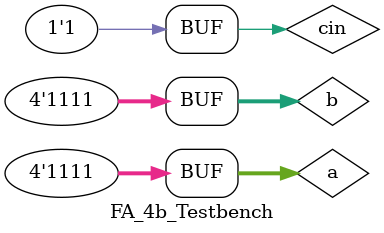
<source format=v>
module FA_4b_Testbench();

// Inputs
reg [3:0] a;
reg [3:0] b;
reg cin;

// Outputs
wire [3:0] sum;
wire cout;

// Init UUT
full_adder_4b UUT(
.a(a),
.b(b),
.cin(cin),
.sum(sum),
.cout(cout)
);

initial begin
// Init Inputs
a = 4'b0;
b = 4'b0;
cin = 1'b0;

// Wait 10ns for global reset
#10

// Stimulus
for(cin = 0; cin<1; cin = cin + 1) begin
for(b = 0; b < 15; b = b + 1) begin
for(a = 0; a < 15; a = a + 1) begin
#10;
end
end
end

// Wait for the last cycle
#10;
end
endmodule
</source>
